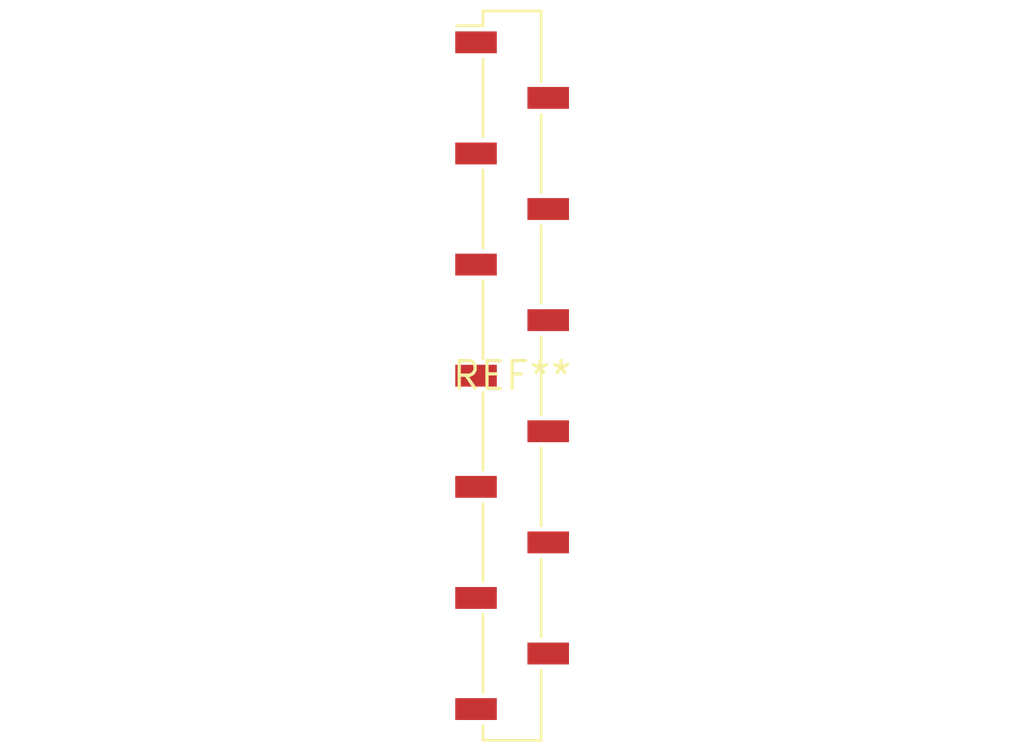
<source format=kicad_pcb>
(kicad_pcb (version 20240108) (generator pcbnew)
  (layers (0 "F.Cu" signal) (31 "B.Cu" signal) (34 "B.Paste" user) (35 "F.Paste" user) (36 "B.SilkS" user "B.Silkscreen") (37 "F.SilkS" user "F.Silkscreen") (38 "B.Mask" user) (39 "F.Mask" user) (44 "Edge.Cuts" user))
  (net 0 "")
  (footprint "PinSocket_1x13_P2.54mm_Vertical_SMD_Pin1Left" (layer "F.Cu") (at 0 0)
    (property "Reference" "REF**")
    (property "Value" "PinSocket_1x13_P2.54mm_Vertical_SMD_Pin1Left")
    (fp_line (start -2.54 -16) (end -1.33 -16) (layer "F.SilkS") (stroke (width 0.12)))
    (fp_line (start -1.33 -16.67) (end -1.33 -16) (layer "F.SilkS") (stroke (width 0.12)))
    (fp_line (start -1.33 -16.67) (end 1.33 -16.67) (layer "F.SilkS") (stroke (width 0.12)))
    (fp_line (start -1.33 -14.48) (end -1.33 -10.92) (layer "F.SilkS") (stroke (width 0.12)))
    (fp_line (start -1.33 -9.4) (end -1.33 -5.84) (layer "F.SilkS") (stroke (width 0.12)))
    (fp_line (start -1.33 -4.32) (end -1.33 -0.76) (layer "F.SilkS") (stroke (width 0.12)))
    (fp_line (start -1.33 0.76) (end -1.33 4.32) (layer "F.SilkS") (stroke (width 0.12)))
    (fp_line (start -1.33 5.84) (end -1.33 9.4) (layer "F.SilkS") (stroke (width 0.12)))
    (fp_line (start -1.33 10.92) (end -1.33 14.48) (layer "F.SilkS") (stroke (width 0.12)))
    (fp_line (start -1.33 16) (end -1.33 16.67) (layer "F.SilkS") (stroke (width 0.12)))
    (fp_line (start -1.33 16.67) (end 1.33 16.67) (layer "F.SilkS") (stroke (width 0.12)))
    (fp_line (start 1.33 -16.67) (end 1.33 -13.46) (layer "F.SilkS") (stroke (width 0.12)))
    (fp_line (start 1.33 -11.94) (end 1.33 -8.38) (layer "F.SilkS") (stroke (width 0.12)))
    (fp_line (start 1.33 -6.86) (end 1.33 -3.3) (layer "F.SilkS") (stroke (width 0.12)))
    (fp_line (start 1.33 -1.78) (end 1.33 1.78) (layer "F.SilkS") (stroke (width 0.12)))
    (fp_line (start 1.33 3.3) (end 1.33 6.86) (layer "F.SilkS") (stroke (width 0.12)))
    (fp_line (start 1.33 8.38) (end 1.33 11.94) (layer "F.SilkS") (stroke (width 0.12)))
    (fp_line (start 1.33 13.46) (end 1.33 16.67) (layer "F.SilkS") (stroke (width 0.12)))
    (pad "1" smd rect (at -1.65 -15.24) (size 1.9 1) (layers "F.Cu" "F.Paste" "F.Mask"))
    (pad "2" smd rect (at 1.65 -12.7) (size 1.9 1) (layers "F.Cu" "F.Paste" "F.Mask"))
    (pad "3" smd rect (at -1.65 -10.16) (size 1.9 1) (layers "F.Cu" "F.Paste" "F.Mask"))
    (pad "4" smd rect (at 1.65 -7.62) (size 1.9 1) (layers "F.Cu" "F.Paste" "F.Mask"))
    (pad "5" smd rect (at -1.65 -5.08) (size 1.9 1) (layers "F.Cu" "F.Paste" "F.Mask"))
    (pad "6" smd rect (at 1.65 -2.54) (size 1.9 1) (layers "F.Cu" "F.Paste" "F.Mask"))
    (pad "7" smd rect (at -1.65 0) (size 1.9 1) (layers "F.Cu" "F.Paste" "F.Mask"))
    (pad "8" smd rect (at 1.65 2.54) (size 1.9 1) (layers "F.Cu" "F.Paste" "F.Mask"))
    (pad "9" smd rect (at -1.65 5.08) (size 1.9 1) (layers "F.Cu" "F.Paste" "F.Mask"))
    (pad "10" smd rect (at 1.65 7.62) (size 1.9 1) (layers "F.Cu" "F.Paste" "F.Mask"))
    (pad "11" smd rect (at -1.65 10.16) (size 1.9 1) (layers "F.Cu" "F.Paste" "F.Mask"))
    (pad "12" smd rect (at 1.65 12.7) (size 1.9 1) (layers "F.Cu" "F.Paste" "F.Mask"))
    (pad "13" smd rect (at -1.65 15.24) (size 1.9 1) (layers "F.Cu" "F.Paste" "F.Mask"))
  )
)
</source>
